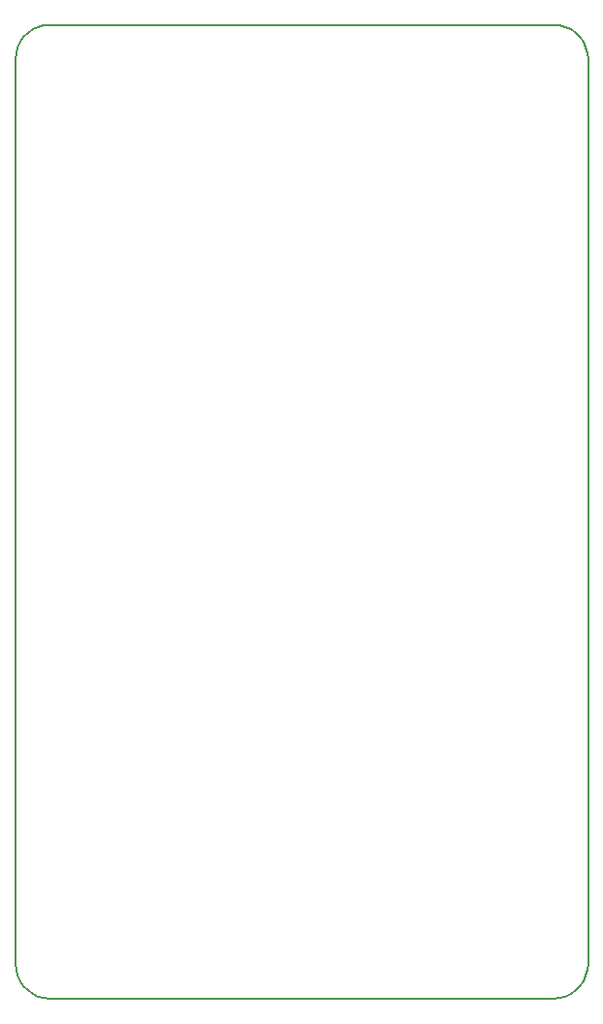
<source format=gko>
G04*
G04 #@! TF.GenerationSoftware,Altium Limited,Altium Designer,24.9.1 (31)*
G04*
G04 Layer_Color=16711935*
%FSLAX44Y44*%
%MOMM*%
G71*
G04*
G04 #@! TF.SameCoordinates,04FD8115-AAF2-45E8-BBFE-61AFBE82ED08*
G04*
G04*
G04 #@! TF.FilePolarity,Positive*
G04*
G01*
G75*
%ADD12C,0.2000*%
D12*
X30000Y850003D02*
X470000D01*
X475210Y849547D01*
X480261Y848194D01*
X485000Y845984D01*
X489284Y842984D01*
X492981Y839286D01*
X495981Y835003D01*
X498191Y830263D01*
X499544Y825212D01*
X500000Y820003D01*
X500000Y30003D01*
X499544Y24793D02*
X500000Y30003D01*
X498191Y19742D02*
X499544Y24793D01*
X495981Y15003D02*
X498191Y19742D01*
X492982Y10719D02*
X495981Y15003D01*
X489284Y7021D02*
X492982Y10719D01*
X485000Y4022D02*
X489284Y7021D01*
X480261Y1812D02*
X485000Y4022D01*
X475210Y459D02*
X480261Y1812D01*
X470000Y3D02*
X475210Y459D01*
X30000Y3D02*
X470000Y3D01*
X24791Y459D02*
X30000Y3D01*
X19740Y1812D02*
X24791Y459D01*
X15000Y4022D02*
X19740Y1812D01*
X10717Y7021D02*
X15000Y4022D01*
X7019Y10719D02*
X10717Y7021D01*
X4020Y15003D02*
X7019Y10719D01*
X1810Y19742D02*
X4020Y15003D01*
X456Y24793D02*
X1810Y19742D01*
X0Y30003D02*
X456Y24793D01*
X0Y820003D02*
X0Y30003D01*
X0Y820003D02*
X456Y825212D01*
X1809Y830263D01*
X4019Y835003D01*
X7019Y839286D01*
X10717Y842984D01*
X15000Y845984D01*
X19740Y848194D01*
X24791Y849547D01*
X30000Y850003D01*
M02*

</source>
